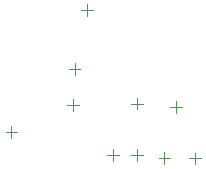
<source format=gbr>
G04*
G04 #@! TF.GenerationSoftware,Altium Limited,Altium Designer,25.8.1 (18)*
G04*
G04 Layer_Color=0*
%FSLAX25Y25*%
%MOIN*%
G70*
G04*
G04 #@! TF.SameCoordinates,A2030EB1-7BB1-480F-B386-6677E5CB5BAE*
G04*
G04*
G04 #@! TF.FilePolarity,Positive*
G04*
G01*
G75*
%ADD52C,0.00394*%
D52*
X386577Y399740D02*
X390514D01*
X388546Y397772D02*
Y401709D01*
X414275Y348408D02*
Y352345D01*
X412306Y350376D02*
X416243D01*
X363264Y357168D02*
Y361105D01*
X361295Y359137D02*
X365232D01*
X403032Y368574D02*
X406969D01*
X405000Y366606D02*
Y370543D01*
X418000Y365532D02*
Y369469D01*
X416031Y367500D02*
X419968D01*
X403031Y351361D02*
X406968D01*
X405000Y349392D02*
Y353329D01*
X384306Y378032D02*
Y381969D01*
X382337Y380000D02*
X386274D01*
X383915Y366078D02*
Y370015D01*
X381946Y368046D02*
X385883D01*
X422532Y350279D02*
X426469D01*
X424500Y348311D02*
Y352248D01*
X395032Y351361D02*
X398969D01*
X397000Y349392D02*
Y353329D01*
M02*

</source>
